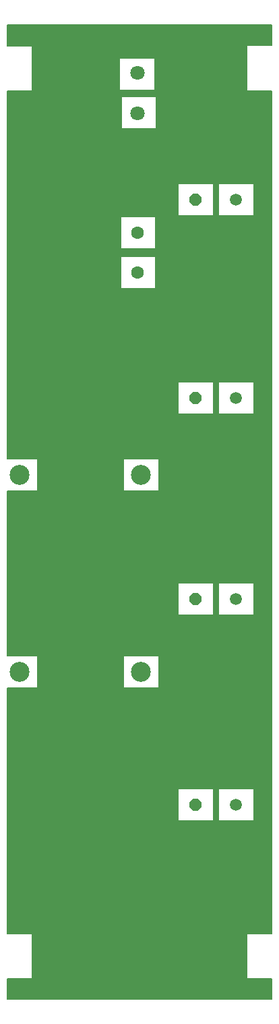
<source format=gbl>
G04 Layer_Physical_Order=2*
G04 Layer_Color=16711680*
%FSLAX24Y24*%
%MOIN*%
G70*
G01*
G75*
%ADD10C,0.0079*%
%ADD32C,0.0591*%
%ADD33P,0.0639X8X202.5*%
%ADD34C,0.0984*%
%ADD35C,0.0630*%
%ADD36C,0.0709*%
%ADD37C,0.0236*%
D10*
X32716Y77272D02*
Y78268D01*
X32776Y77272D02*
Y78268D01*
X32657Y77272D02*
Y78268D01*
X32894Y77272D02*
Y78268D01*
X32835Y77272D02*
Y78268D01*
X32480Y77272D02*
Y78268D01*
X32421Y77272D02*
Y78268D01*
X32598Y77272D02*
Y78268D01*
X32539Y77272D02*
Y78268D01*
X33130Y77272D02*
Y78268D01*
X33071Y77272D02*
Y78268D01*
X33228Y77272D02*
Y78268D01*
X33189Y77272D02*
Y78268D01*
X33012Y77272D02*
Y78268D01*
X32953Y77272D02*
Y78268D01*
X32401Y75028D02*
X33228Y75028D01*
X32000Y77272D02*
X33228D01*
X32244D02*
Y78268D01*
X32185Y77272D02*
Y78268D01*
X32362Y77272D02*
Y78268D01*
X32303Y77272D02*
Y78268D01*
X32126Y77272D02*
Y78268D01*
X32067Y77272D02*
Y78268D01*
X32008Y77272D02*
Y78268D01*
X31535Y70450D02*
Y78268D01*
X32000Y75028D02*
Y75195D01*
Y77272D01*
Y75028D02*
X32401D01*
X31713Y70450D02*
Y78268D01*
X31476Y70450D02*
Y78268D01*
X31417Y70450D02*
Y78268D01*
X31653Y70450D02*
Y78268D01*
X31594Y70450D02*
Y78268D01*
X32350Y70157D02*
X33228D01*
X32350Y70216D02*
X33228D01*
X32350Y70039D02*
X33228D01*
X32350Y70098D02*
X33228D01*
X32350Y70335D02*
X33228D01*
X32350Y70394D02*
X33228D01*
X32350Y70275D02*
X33228D01*
X32350Y68850D02*
Y70450D01*
Y69685D02*
X33228D01*
X32350Y69744D02*
X33228D01*
X32350Y69567D02*
X33228D01*
X32350Y69626D02*
X33228D01*
X32350Y69921D02*
X33228D01*
X32350Y69980D02*
X33228D01*
X32350Y69803D02*
X33228D01*
X32350Y69862D02*
X33228D01*
X31772Y70450D02*
Y78268D01*
X31358Y70450D02*
Y78268D01*
X31890Y70450D02*
Y78268D01*
X31831Y70450D02*
Y78268D01*
X31181Y70450D02*
Y78268D01*
X31122Y70450D02*
Y78268D01*
X31299Y70450D02*
Y78268D01*
X31240Y70450D02*
Y78268D01*
X32244Y70450D02*
Y75028D01*
X32185Y70450D02*
Y75028D01*
X32350Y68850D02*
Y70450D01*
X32303D02*
Y75028D01*
X32008Y70450D02*
Y75028D01*
X31949Y70450D02*
Y78268D01*
X32126Y70450D02*
Y75028D01*
X32067Y70450D02*
Y75028D01*
X27450Y75354D02*
X32000D01*
X27450Y75413D02*
X32000D01*
X27450Y75236D02*
X32000D01*
X27450Y75295D02*
X32000D01*
X27450Y75590D02*
X32000D01*
X27450Y75649D02*
X32000D01*
X27450Y75472D02*
X32000D01*
X27450Y75531D02*
X32000D01*
X27525Y74586D02*
X33228D01*
X27525Y74646D02*
X33228D01*
X27525Y74468D02*
X33228D01*
X27525Y74527D02*
X33228D01*
X27450Y75118D02*
X32000D01*
X27450Y75177D02*
X32000D01*
X27525Y74705D02*
X33228D01*
X27450Y75059D02*
X32000D01*
X27450Y76299D02*
X32000D01*
X27450Y76358D02*
X32000D01*
X27450Y76181D02*
X32000D01*
X27450Y76240D02*
X32000D01*
X27450Y76535D02*
X32000D01*
X27450Y76594D02*
X32000D01*
X27450Y76417D02*
X32000D01*
X27450Y76476D02*
X32000D01*
X27450Y75827D02*
X32000D01*
X27450Y75886D02*
X32000D01*
X27450Y75709D02*
X32000D01*
X27450Y75768D02*
X32000D01*
X27450Y76063D02*
X32000D01*
X27450Y76122D02*
X32000D01*
X27450Y75945D02*
X32000D01*
X27450Y76004D02*
X32000D01*
X27525Y74114D02*
X33228D01*
X27525Y74173D02*
X33228D01*
X27525Y73996D02*
X33228D01*
X27525Y74055D02*
X33228D01*
X27525Y74350D02*
X33228D01*
X27525Y74409D02*
X33228D01*
X27525Y74232D02*
X33228D01*
X27525Y74291D02*
X33228D01*
X27525Y73642D02*
X33228D01*
X27525Y73701D02*
X33228D01*
X27525Y73523D02*
X33228D01*
X27525Y73583D02*
X33228D01*
X27525Y73878D02*
X33228D01*
X27525Y73937D02*
X33228D01*
X27525Y73760D02*
X33228D01*
X27525Y73819D02*
X33228D01*
X30945Y70450D02*
Y78268D01*
X30886Y70450D02*
Y78268D01*
X31063Y70450D02*
Y78268D01*
X31004Y70450D02*
Y78268D01*
X30709Y70450D02*
Y78268D01*
X30650Y70450D02*
Y78268D01*
X30827Y70450D02*
Y78268D01*
X30768Y70450D02*
Y78268D01*
X27525Y73169D02*
X33228D01*
X27525Y73228D02*
X33228D01*
X30600Y70450D02*
X32350D01*
X30600D02*
X32350D01*
X27525Y73405D02*
X33228D01*
X27525Y73464D02*
X33228D01*
X27525Y73287D02*
X33228D01*
X27525Y73346D02*
X33228D01*
X32350Y69212D02*
X33228D01*
X32350Y69272D02*
X33228D01*
X32350Y69094D02*
X33228D01*
X32350Y69153D02*
X33228D01*
X32350Y69449D02*
X33228D01*
X32350Y69508D02*
X33228D01*
X32350Y69331D02*
X33228D01*
X32350Y69390D02*
X33228D01*
X32350Y68976D02*
X33228D01*
X32350Y69035D02*
X33228D01*
X32350Y68858D02*
X33228D01*
X32350Y68917D02*
X33228D01*
X32185Y60650D02*
Y68850D01*
X32126Y60650D02*
Y68850D01*
X32303Y60650D02*
Y68850D01*
X32244Y60650D02*
Y68850D01*
X31299Y60650D02*
Y68850D01*
X31240Y60650D02*
Y68850D01*
X31417Y60650D02*
Y68850D01*
X31358Y60650D02*
Y68850D01*
X31063Y60650D02*
Y68850D01*
X31004Y60650D02*
Y68850D01*
X31181Y60650D02*
Y68850D01*
X31122Y60650D02*
Y68850D01*
X31831Y60650D02*
Y68850D01*
X31772Y60650D02*
Y68850D01*
X31949Y60650D02*
Y68850D01*
X31890Y60650D02*
Y68850D01*
X31535Y60650D02*
Y68850D01*
X31476Y60650D02*
Y68850D01*
X31713Y60650D02*
Y68850D01*
X31653Y60650D02*
Y68850D01*
X32350Y60354D02*
X33228D01*
X32350Y60413D02*
X33228D01*
X32350Y60236D02*
X33228D01*
X32350Y60295D02*
X33228D01*
X32350Y60590D02*
X33228D01*
X32350Y60649D02*
X33228D01*
X32350Y60472D02*
X33228D01*
X32350Y60531D02*
X33228D01*
X32350Y59882D02*
X33228D01*
X32350Y59941D02*
X33228D01*
X32350Y59232D02*
X33228D01*
X32350Y59823D02*
X33228D01*
X32350Y60118D02*
X33228D01*
X32350Y60177D02*
X33228D01*
X32350Y60000D02*
X33228D01*
X32350Y60059D02*
X33228D01*
X32350Y59705D02*
X33228D01*
X32350Y59764D02*
X33228D01*
X32350Y59587D02*
X33228D01*
X32350Y59050D02*
Y60650D01*
X32008D02*
Y68850D01*
X31594Y60650D02*
Y68850D01*
X32350Y59646D02*
X33228D01*
X32067Y60650D02*
Y68850D01*
X32350Y59173D02*
X33228D01*
X32350Y59291D02*
X33228D01*
X32350Y59055D02*
X33228D01*
X32350Y59114D02*
X33228D01*
X32350Y59468D02*
X33228D01*
X32350Y59527D02*
X33228D01*
X32350Y59350D02*
X33228D01*
X32350Y59409D02*
X33228D01*
X27500Y67677D02*
X33228D01*
X27500Y67736D02*
X33228D01*
X27500Y67559D02*
X33228D01*
X27500Y67618D02*
X33228D01*
X27500Y67913D02*
X33228D01*
X27500Y67972D02*
X33228D01*
X27500Y67795D02*
X33228D01*
X27500Y67854D02*
X33228D01*
X27500Y66791D02*
X33228D01*
X27500Y67264D02*
X33228D01*
X27500Y66673D02*
X33228D01*
X27500Y66732D02*
X33228D01*
X27500Y67441D02*
X33228D01*
X27500Y67500D02*
X33228D01*
X27500Y67323D02*
X33228D01*
X27500Y67382D02*
X33228D01*
X30600Y68850D02*
X32350D01*
X30600D02*
X32350D01*
X27500Y68740D02*
X33228D01*
X27500Y68799D02*
X33228D01*
X27500Y68622D02*
X33228D01*
X27500Y68681D02*
X33228D01*
X27500Y68504D02*
X33228D01*
X27500Y68563D02*
X33228D01*
X27500Y68149D02*
X33228D01*
X27500Y68209D02*
X33228D01*
X27500Y68031D02*
X33228D01*
X27500Y68090D02*
X33228D01*
X27500Y68386D02*
X33228D01*
X27500Y68445D02*
X33228D01*
X27500Y68268D02*
X33228D01*
X27500Y68327D02*
X33228D01*
X27500Y66319D02*
X33228D01*
X27500Y66378D02*
X33228D01*
X27500Y66201D02*
X33228D01*
X27500Y66260D02*
X33228D01*
X27500Y66555D02*
X33228D01*
X27500Y66614D02*
X33228D01*
X27500Y66437D02*
X33228D01*
X27500Y66496D02*
X33228D01*
X27500Y65846D02*
X33228D01*
X27500Y65905D02*
X33228D01*
X27500Y65728D02*
X33228D01*
X27500Y65787D02*
X33228D01*
X27500Y66083D02*
X33228D01*
X27500Y66142D02*
X33228D01*
X27500Y65964D02*
X33228D01*
X27500Y66023D02*
X33228D01*
X30827Y60650D02*
Y68850D01*
X30768Y60650D02*
Y68850D01*
X30945Y60650D02*
Y68850D01*
X30886Y60650D02*
Y68850D01*
X27500Y65610D02*
X33228D01*
X27500Y65669D02*
X33228D01*
X30709Y60650D02*
Y68850D01*
X30650Y60650D02*
Y68850D01*
X27500Y65256D02*
X33228D01*
X27500Y65315D02*
X33228D01*
X30600Y59050D02*
X32350D01*
X30600Y60650D02*
X32350D01*
X27500Y65492D02*
X33228D01*
X27500Y65551D02*
X33228D01*
X27500Y65374D02*
X33228D01*
X27500Y65433D02*
X33228D01*
X29764Y70450D02*
Y78268D01*
X29941Y70450D02*
Y78268D01*
X29705Y70450D02*
Y78268D01*
X30236Y70450D02*
Y78268D01*
X30177Y70450D02*
Y78268D01*
X29527Y70450D02*
Y78268D01*
X29468Y70450D02*
Y78268D01*
X29646Y70450D02*
Y78268D01*
X29587Y70450D02*
Y78268D01*
X29291Y70450D02*
Y78268D01*
X29232Y70450D02*
Y78268D01*
X29409Y70450D02*
Y78268D01*
X29350Y70450D02*
Y78268D01*
X27461Y74750D02*
Y78268D01*
X27450Y75050D02*
Y76650D01*
X27525Y73150D02*
Y74750D01*
X27520D02*
Y78268D01*
X27283Y76650D02*
Y78268D01*
X27224Y76650D02*
Y78268D01*
X27402Y76650D02*
Y78268D01*
X27342Y76650D02*
Y78268D01*
X27047Y76650D02*
Y78268D01*
X26988Y76650D02*
Y78268D01*
X27165Y76650D02*
Y78268D01*
X27106Y76650D02*
Y78268D01*
X27283Y74750D02*
Y75050D01*
X27224Y74750D02*
Y75050D01*
X27402Y74750D02*
Y75050D01*
X27342Y74750D02*
Y75050D01*
X27047Y74750D02*
Y75050D01*
X26988Y74750D02*
Y75050D01*
X27165Y74750D02*
Y75050D01*
X27106Y74750D02*
Y75050D01*
X30059Y70450D02*
Y78268D01*
X30000Y70450D02*
Y78268D01*
X30295Y70450D02*
Y78268D01*
X30118Y70450D02*
Y78268D01*
X29114Y70450D02*
Y78268D01*
X29055Y70450D02*
Y78268D01*
X29882Y70450D02*
Y78268D01*
X29823Y70450D02*
Y78268D01*
X30350Y70335D02*
X30600D01*
X30350Y68850D02*
Y70450D01*
X30600Y68850D02*
Y70450D01*
Y68850D02*
Y70450D01*
X28600D02*
X30350D01*
X29173D02*
Y78268D01*
X30350Y70275D02*
X30600D01*
X30350Y70394D02*
X30600D01*
X28878Y70450D02*
Y78268D01*
X28819Y70450D02*
Y78268D01*
X28996Y70450D02*
Y78268D01*
X28937Y70450D02*
Y78268D01*
X28760Y70450D02*
Y78268D01*
X28701Y70450D02*
Y78268D01*
X28642Y70450D02*
Y78268D01*
X27461Y68818D02*
Y73150D01*
X28600Y68850D02*
Y70450D01*
X27402Y68818D02*
Y73150D01*
X27342Y68818D02*
Y73150D01*
X27283Y68818D02*
Y73150D01*
X27106Y68818D02*
Y73150D01*
X27047Y68818D02*
Y73150D01*
X27224Y68818D02*
Y73150D01*
X27165Y68818D02*
Y73150D01*
X26811Y76650D02*
Y78268D01*
X26752Y76650D02*
Y78268D01*
X26929Y76650D02*
Y78268D01*
X26870Y76650D02*
Y78268D01*
X26575Y76650D02*
Y78268D01*
X26516Y76650D02*
Y78268D01*
X26693Y76650D02*
Y78268D01*
X26634Y76650D02*
Y78268D01*
X26811Y74750D02*
Y75050D01*
X26752Y74750D02*
Y75050D01*
X26929Y74750D02*
Y75050D01*
X26870Y74750D02*
Y75050D01*
X26575Y74750D02*
Y75050D01*
X26516Y74750D02*
Y75050D01*
X26693Y74750D02*
Y75050D01*
X26634Y74750D02*
Y75050D01*
X26339Y76650D02*
Y78268D01*
X26279Y76650D02*
Y78268D01*
X26457Y76650D02*
Y78268D01*
X26398Y76650D02*
Y78268D01*
X26102Y76650D02*
Y78268D01*
X25925Y76650D02*
Y78268D01*
X26220Y76650D02*
Y78268D01*
X26161Y76650D02*
Y78268D01*
X26339Y74750D02*
Y75050D01*
X26102Y74750D02*
Y75050D01*
X26457Y74750D02*
Y75050D01*
X26398Y74750D02*
Y75050D01*
X25866Y76650D02*
Y78268D01*
X25807Y76650D02*
Y78268D01*
X26043Y76650D02*
Y78268D01*
X25984Y76650D02*
Y78268D01*
X26870Y68818D02*
Y73150D01*
X26811Y68818D02*
Y73150D01*
X26988Y68818D02*
Y73150D01*
X26929Y68818D02*
Y73150D01*
X25775Y74750D02*
X27525D01*
X26279D02*
Y75050D01*
X25775Y73150D02*
X27525D01*
X26752Y68818D02*
Y73150D01*
X26575Y68818D02*
Y73150D01*
X26516Y68818D02*
Y73150D01*
X26693Y68818D02*
Y73150D01*
X26634Y68818D02*
Y73150D01*
X26339Y68818D02*
Y73150D01*
X26279Y68818D02*
Y73150D01*
X26457Y68818D02*
Y73150D01*
X26398Y68818D02*
Y73150D01*
X26043Y74750D02*
Y75050D01*
X25984Y74750D02*
Y75050D01*
X26220Y74750D02*
Y75050D01*
X26161Y74750D02*
Y75050D01*
X25925Y74750D02*
Y75050D01*
X25866Y74750D02*
Y75050D01*
X25807Y74750D02*
Y75050D01*
X25775Y73150D02*
Y74750D01*
X26102Y68818D02*
Y73150D01*
X26043Y68818D02*
Y73150D01*
X26220Y68818D02*
Y73150D01*
X26161Y68818D02*
Y73150D01*
X25866Y68818D02*
Y73150D01*
X25807Y68818D02*
Y73150D01*
X25984Y68818D02*
Y73150D01*
X25925Y68818D02*
Y73150D01*
X30350Y69921D02*
X30600D01*
X30350Y69980D02*
X30600D01*
X30350Y69803D02*
X30600D01*
X30350Y69862D02*
X30600D01*
X30350Y70157D02*
X30600D01*
X30350Y70216D02*
X30600D01*
X30350Y70039D02*
X30600D01*
X30350Y70098D02*
X30600D01*
X30350Y69449D02*
X30600D01*
X30350Y69508D02*
X30600D01*
X30350Y69331D02*
X30600D01*
X30350Y69390D02*
X30600D01*
X30350Y69685D02*
X30600D01*
X30350Y69744D02*
X30600D01*
X30350Y69567D02*
X30600D01*
X30350Y69626D02*
X30600D01*
X30350Y68976D02*
X30600D01*
X30350Y69035D02*
X30600D01*
X30350Y68858D02*
X30600D01*
X30350Y68917D02*
X30600D01*
X30350Y69212D02*
X30600D01*
X30350Y69272D02*
X30600D01*
X30350Y69094D02*
X30600D01*
X30350Y69153D02*
X30600D01*
X30118Y60650D02*
Y68850D01*
X30059Y60650D02*
Y68850D01*
X30295Y60650D02*
Y68850D01*
X30177Y60650D02*
Y68850D01*
X29823Y60650D02*
Y68850D01*
X29764Y60650D02*
Y68850D01*
X30000Y60650D02*
Y68850D01*
X29882Y60650D02*
Y68850D01*
X30350Y60354D02*
X30600D01*
X30350Y60413D02*
X30600D01*
X30350Y60236D02*
X30600D01*
X30350Y60295D02*
X30600D01*
X30350Y60590D02*
X30600D01*
X30350Y60649D02*
X30600D01*
X30350Y60472D02*
X30600D01*
X30350Y60531D02*
X30600D01*
X30350Y59882D02*
X30600D01*
X30350Y59941D02*
X30600D01*
X30350Y59232D02*
X30600D01*
X30350Y59823D02*
X30600D01*
X30350Y60118D02*
X30600D01*
X30350Y60177D02*
X30600D01*
X30350Y60000D02*
X30600D01*
X30350Y60059D02*
X30600D01*
X30350Y59587D02*
X30600D01*
X30350Y59764D02*
X30600D01*
Y59050D02*
Y60650D01*
X30350Y59050D02*
Y60650D01*
X30236D02*
Y68850D01*
X29941Y60650D02*
Y68850D01*
X30350Y59646D02*
X30600D01*
X30350Y59705D02*
X30600D01*
X30350Y59173D02*
X30600D01*
X30350Y59291D02*
X30600D01*
X30350Y59055D02*
X30600D01*
X30350Y59114D02*
X30600D01*
X30350Y59468D02*
X30600D01*
X30350Y59527D02*
X30600D01*
X30350Y59350D02*
X30600D01*
X30350Y59409D02*
X30600D01*
X28600Y68850D02*
X30350D01*
X27500Y67218D02*
Y68818D01*
X27461Y66850D02*
Y67218D01*
X27402Y66850D02*
Y67218D01*
X25750D02*
X27500D01*
X25750Y68818D02*
X27500D01*
X27342Y66850D02*
Y67218D01*
X27283Y66850D02*
Y67218D01*
X27106Y66850D02*
Y67218D01*
X27047Y66850D02*
Y67218D01*
X27224Y66850D02*
Y67218D01*
X27165Y66850D02*
Y67218D01*
X25750Y66850D02*
X27500D01*
X26870D02*
Y67218D01*
X26988Y66850D02*
Y67218D01*
X26929Y66850D02*
Y67218D01*
X26043Y66850D02*
Y67218D01*
X25984Y66850D02*
Y67218D01*
X26161Y66850D02*
Y67218D01*
X26102Y66850D02*
Y67218D01*
X25807Y66850D02*
Y67218D01*
X25750D02*
Y68818D01*
X25925Y66850D02*
Y67218D01*
X25866Y66850D02*
Y67218D01*
X26693Y66850D02*
Y67218D01*
X26634Y66850D02*
Y67218D01*
X26811Y66850D02*
Y67218D01*
X26752Y66850D02*
Y67218D01*
X26279Y66850D02*
Y67218D01*
X26220Y66850D02*
Y67218D01*
X26575Y66850D02*
Y67218D01*
X26516Y66850D02*
Y67218D01*
X29232Y60650D02*
Y68850D01*
X29173Y60650D02*
Y68850D01*
X29350Y60650D02*
Y68850D01*
X29291Y60650D02*
Y68850D01*
X28996Y60650D02*
Y68850D01*
X28937Y60650D02*
Y68850D01*
X29114Y60650D02*
Y68850D01*
X29055Y60650D02*
Y68850D01*
X29587Y60650D02*
Y68850D01*
X29527Y60650D02*
Y68850D01*
X29705Y60650D02*
Y68850D01*
X29646Y60650D02*
Y68850D01*
X29468Y60650D02*
Y68850D01*
X29409Y60650D02*
Y68850D01*
X28600Y59050D02*
X30350D01*
X28600Y60650D02*
X30350D01*
X28760D02*
Y68850D01*
X28701Y60650D02*
Y68850D01*
X28878Y60650D02*
Y68850D01*
X28819Y60650D02*
Y68850D01*
X26398Y66850D02*
Y67218D01*
X26339Y66850D02*
Y67218D01*
X28642Y60650D02*
Y68850D01*
X26457Y66850D02*
Y67218D01*
X28600Y59050D02*
Y60650D01*
X27500Y65250D02*
Y66850D01*
X26752Y56850D02*
Y65250D01*
X26693Y56850D02*
Y65250D01*
X25750D02*
X27500D01*
X25750D02*
Y66850D01*
X26634Y56850D02*
Y65250D01*
X26575Y56850D02*
Y65250D01*
X32350Y50374D02*
X33228D01*
X32350Y50315D02*
X33228D01*
X32350Y50433D02*
X33228D01*
X32350Y50197D02*
X33228D01*
X32350Y50256D02*
X33228D01*
X32350Y50610D02*
X33228D01*
X32350Y50669D02*
X33228D01*
X32350Y50492D02*
X33228D01*
X32350Y50551D02*
X33228D01*
X32350Y49665D02*
X33228D01*
X32350Y49724D02*
X33228D01*
X32350Y49547D02*
X33228D01*
X32350Y49606D02*
X33228D01*
X32350Y50079D02*
X33228D01*
X32350Y50138D02*
X33228D01*
X32350Y49783D02*
X33228D01*
X32350Y50020D02*
X33228D01*
X32185Y50700D02*
Y59050D01*
X32126Y50700D02*
Y59050D01*
X32303Y50700D02*
Y59050D01*
X32244Y50700D02*
Y59050D01*
X31949Y50700D02*
Y59050D01*
X31713Y50700D02*
Y59050D01*
X32067Y50700D02*
Y59050D01*
X32008Y50700D02*
Y59050D01*
X32350Y49961D02*
X33228D01*
X31890Y50700D02*
Y59050D01*
X32350Y49842D02*
X33228D01*
X32350Y49901D02*
X33228D01*
X31653Y50700D02*
Y59050D01*
X31594Y50700D02*
Y59050D01*
X31831Y50700D02*
Y59050D01*
X31772Y50700D02*
Y59050D01*
X33130Y33394D02*
Y75028D01*
X33071Y33394D02*
Y75028D01*
X33228Y33394D02*
Y75028D01*
X33189Y33394D02*
Y75028D01*
X32894Y33394D02*
Y75028D01*
X32835Y33394D02*
Y75028D01*
X33012Y33394D02*
Y75028D01*
X32953Y33394D02*
Y75028D01*
X32350Y49429D02*
X33228D01*
X32350Y49488D02*
X33228D01*
X32350Y49370D02*
X33228D01*
X32776Y33394D02*
Y75028D01*
X32350Y49252D02*
X33228D01*
X32350Y49311D02*
X33228D01*
X32350Y49134D02*
X33228D01*
X32350Y49193D02*
X33228D01*
X32598Y33394D02*
Y75028D01*
X32539Y33394D02*
Y75028D01*
X32716Y33394D02*
Y75028D01*
X32657Y33394D02*
Y75028D01*
X32362Y33394D02*
Y75028D01*
X32350Y49100D02*
Y50700D01*
X32480Y33394D02*
Y75028D01*
X32421Y33394D02*
Y75028D01*
X32185Y40550D02*
Y49100D01*
X32126Y40550D02*
Y49100D01*
X32303Y40550D02*
Y49100D01*
X32244Y40550D02*
Y49100D01*
X31594Y40550D02*
Y49100D01*
X31535Y40550D02*
Y49100D01*
X31713Y40550D02*
Y49100D01*
X31653Y40550D02*
Y49100D01*
X27650Y56516D02*
X33228D01*
X27650Y56575D02*
X33228D01*
X27650Y56398D02*
X33228D01*
X27650Y56457D02*
X33228D01*
X27650Y56752D02*
X33228D01*
X27650Y56811D02*
X33228D01*
X27650Y56634D02*
X33228D01*
X27650Y56693D02*
X33228D01*
X27650Y56043D02*
X33228D01*
X27650Y56102D02*
X33228D01*
X27650Y55925D02*
X33228D01*
X27650Y55984D02*
X33228D01*
X27650Y56279D02*
X33228D01*
X27650Y56338D02*
X33228D01*
X27650Y56161D02*
X33228D01*
X27650Y56220D02*
X33228D01*
X30886Y50700D02*
Y59050D01*
X30827Y50700D02*
Y59050D01*
X31358Y50700D02*
Y59050D01*
X31299Y50700D02*
Y59050D01*
X27650Y55807D02*
X33228D01*
X27650Y55866D02*
X33228D01*
X27650Y55748D02*
X33228D01*
X30768Y50700D02*
Y59050D01*
X27650Y55394D02*
X33228D01*
X27650Y55453D02*
X33228D01*
X27650Y55275D02*
X33228D01*
X27650Y55335D02*
X33228D01*
X27650Y55630D02*
X33228D01*
X27650Y55689D02*
X33228D01*
X27650Y55512D02*
X33228D01*
X27650Y55571D02*
X33228D01*
X31417Y50700D02*
Y59050D01*
X31240Y50700D02*
Y59050D01*
X31535Y50700D02*
Y59050D01*
X31476Y50700D02*
Y59050D01*
X30600Y50700D02*
X32350D01*
X31063D02*
Y59050D01*
X31181Y50700D02*
Y59050D01*
X31122Y50700D02*
Y59050D01*
X31299Y40550D02*
Y49100D01*
X31240Y40550D02*
Y49100D01*
X31417Y40550D02*
Y49100D01*
X31358Y40550D02*
Y49100D01*
X30600D02*
X32350D01*
X31063Y40550D02*
Y49100D01*
X31181Y40550D02*
Y49100D01*
X31122Y40550D02*
Y49100D01*
X30709Y50700D02*
Y59050D01*
X30650Y50700D02*
Y59050D01*
X31004Y50700D02*
Y59050D01*
X30945Y50700D02*
Y59050D01*
X30350Y50256D02*
X30600D01*
X30350Y50315D02*
X30600D01*
X30350Y49488D02*
X30600D01*
X30350Y49547D02*
X30600D01*
X30886Y40550D02*
Y49100D01*
X30827Y40550D02*
Y49100D01*
X31004Y40550D02*
Y49100D01*
X30945Y40550D02*
Y49100D01*
X30650Y40550D02*
Y49100D01*
X30350Y49429D02*
X30600D01*
X30768Y40550D02*
Y49100D01*
X30709Y40550D02*
Y49100D01*
X32350Y40216D02*
X33228D01*
X32350Y40276D02*
X33228D01*
X32350Y40098D02*
X33228D01*
X32350Y40157D02*
X33228D01*
X32350Y40453D02*
X33228D01*
X32350Y40512D02*
X33228D01*
X32350Y40335D02*
X33228D01*
X32350Y40394D02*
X33228D01*
X32350Y39744D02*
X33228D01*
X32350Y39803D02*
X33228D01*
X32350Y39153D02*
X33228D01*
X32350Y39685D02*
X33228D01*
X32350Y39980D02*
X33228D01*
X32350Y40039D02*
X33228D01*
X32350Y39862D02*
X33228D01*
X32350Y39921D02*
X33228D01*
X32350Y39567D02*
X33228D01*
X32350Y39626D02*
X33228D01*
X32350Y39449D02*
X33228D01*
X32350Y38950D02*
Y40550D01*
X32008D02*
Y49100D01*
X31949Y40550D02*
Y49100D01*
X32350Y39508D02*
X33228D01*
X32067Y40550D02*
Y49100D01*
X32350Y39331D02*
X33228D01*
X32350Y39390D02*
X33228D01*
X32350Y39213D02*
X33228D01*
X32350Y39272D02*
X33228D01*
X32350Y39035D02*
X33228D01*
X32350Y39094D02*
X33228D01*
X32350Y38976D02*
X33228D01*
X32067Y33394D02*
Y38950D01*
X33130Y30157D02*
Y31150D01*
X33071Y30157D02*
Y31150D01*
X33228Y30157D02*
Y31150D01*
X33189Y30157D02*
Y31150D01*
X32400Y31150D02*
X33228Y31150D01*
X31999Y33394D02*
X33228D01*
X33012Y30157D02*
Y31150D01*
X32953Y30157D02*
Y31150D01*
X32776Y30157D02*
Y31150D01*
X32716Y30157D02*
Y31150D01*
X32894Y30157D02*
Y31150D01*
X32835Y30157D02*
Y31150D01*
X32539Y30157D02*
Y31150D01*
X32480Y30157D02*
Y31150D01*
X32657Y30157D02*
Y31150D01*
X32598Y30157D02*
Y31150D01*
X32303Y33394D02*
Y38950D01*
X32244Y33394D02*
Y38950D01*
X32303Y30157D02*
Y31150D01*
X32185Y33394D02*
Y38950D01*
X32126Y33394D02*
Y38950D01*
X32008Y33394D02*
Y38950D01*
X31999Y31150D02*
Y31317D01*
Y33394D01*
X32244Y30157D02*
Y31150D01*
X32185Y30157D02*
Y31150D01*
X32421Y30157D02*
Y31150D01*
X32362Y30157D02*
Y31150D01*
X31999D02*
X32400D01*
X32008Y30157D02*
Y31150D01*
X32126Y30157D02*
Y31150D01*
X32067Y30157D02*
Y31150D01*
X27650Y46772D02*
X33228D01*
X27650Y46831D02*
X33228D01*
X27650Y46653D02*
X33228D01*
X27650Y46713D02*
X33228D01*
X27650Y47008D02*
X33228D01*
X27650Y47067D02*
X33228D01*
X27650Y46890D02*
X33228D01*
X27650Y46949D02*
X33228D01*
X27650Y46299D02*
X33228D01*
X27650Y46358D02*
X33228D01*
X27650Y46181D02*
X33228D01*
X27650Y46240D02*
X33228D01*
X27650Y46535D02*
X33228D01*
X27650Y46594D02*
X33228D01*
X27650Y46417D02*
X33228D01*
X27650Y46476D02*
X33228D01*
X31772Y40550D02*
Y49100D01*
X31476Y40550D02*
Y49100D01*
X31890Y40550D02*
Y49100D01*
X31831Y40550D02*
Y49100D01*
X27650Y46063D02*
X33228D01*
X27650Y46122D02*
X33228D01*
X27650Y45945D02*
X33228D01*
X27650Y46004D02*
X33228D01*
X27650Y45590D02*
X33228D01*
X27650Y45650D02*
X33228D01*
X27650Y45531D02*
X33228D01*
X30600Y40550D02*
X32350D01*
X27650Y45827D02*
X33228D01*
X27650Y45886D02*
X33228D01*
X27650Y45709D02*
X33228D01*
X27650Y45768D02*
X33228D01*
X31417Y30157D02*
Y38950D01*
X31358Y30157D02*
Y38950D01*
X31535Y30157D02*
Y38950D01*
X31476Y30157D02*
Y38950D01*
X31181Y30157D02*
Y38950D01*
X31122Y30157D02*
Y38950D01*
X31299Y30157D02*
Y38950D01*
X31240Y30157D02*
Y38950D01*
X31831Y30157D02*
Y38950D01*
X31772Y30157D02*
Y38950D01*
X31949Y30157D02*
Y38950D01*
X31890Y30157D02*
Y38950D01*
X30600D02*
X32350D01*
X31594Y30157D02*
Y38950D01*
X31713Y30157D02*
Y38950D01*
X31653Y30157D02*
Y38950D01*
X30350Y39331D02*
X30600D01*
X30350Y39390D02*
X30600D01*
X30350Y39213D02*
X30600D01*
X30350Y39272D02*
X30600D01*
X30350Y39567D02*
X30600D01*
X30350Y39626D02*
X30600D01*
X30350Y39449D02*
X30600D01*
X30350Y39508D02*
X30600D01*
X30945Y30157D02*
Y38950D01*
X30886Y30157D02*
Y38950D01*
X31063Y30157D02*
Y38950D01*
X31004Y30157D02*
Y38950D01*
X30709Y30157D02*
Y38950D01*
X30650Y30157D02*
Y38950D01*
X30827Y30157D02*
Y38950D01*
X30768Y30157D02*
Y38950D01*
X30177Y50700D02*
Y59050D01*
X30118Y50700D02*
Y59050D01*
X30295Y50700D02*
Y59050D01*
X30236Y50700D02*
Y59050D01*
X29941Y50700D02*
Y59050D01*
X29705Y50700D02*
Y59050D01*
X30059Y50700D02*
Y59050D01*
X30000Y50700D02*
Y59050D01*
X29882Y50700D02*
Y59050D01*
X29823Y50700D02*
Y59050D01*
X30350Y50610D02*
X30600D01*
X30350Y50669D02*
X30600D01*
X28600Y50700D02*
X30350D01*
X29587D02*
Y59050D01*
X29764Y50700D02*
Y59050D01*
X29646Y50700D02*
Y59050D01*
X28937Y50700D02*
Y59050D01*
X28878Y50700D02*
Y59050D01*
X29055Y50700D02*
Y59050D01*
X28996Y50700D02*
Y59050D01*
X28701Y50700D02*
Y59050D01*
X28642Y50700D02*
Y59050D01*
X28819Y50700D02*
Y59050D01*
X28760Y50700D02*
Y59050D01*
X29409Y50700D02*
Y59050D01*
X29350Y50700D02*
Y59050D01*
X29527Y50700D02*
Y59050D01*
X29468Y50700D02*
Y59050D01*
X29173Y50700D02*
Y59050D01*
X29114Y50700D02*
Y59050D01*
X29291Y50700D02*
Y59050D01*
X29232Y50700D02*
Y59050D01*
X30600Y49100D02*
Y50700D01*
X30590Y30157D02*
Y78268D01*
X30531Y30157D02*
Y78268D01*
X30472Y30157D02*
Y78268D01*
X30350Y50551D02*
X30600D01*
X30350Y49100D02*
Y50700D01*
X30413Y30157D02*
Y78268D01*
X30354Y30157D02*
Y78268D01*
X30350Y50079D02*
X30600D01*
X30350Y50138D02*
X30600D01*
X30350Y49961D02*
X30600D01*
X30350Y50020D02*
X30600D01*
X30350Y50433D02*
X30600D01*
X30350Y50492D02*
X30600D01*
X30350Y50197D02*
X30600D01*
X30350Y50374D02*
X30600D01*
X28051Y30157D02*
Y78268D01*
X27992Y30157D02*
Y78268D01*
X28169Y30157D02*
Y78268D01*
X28110Y30157D02*
Y78268D01*
X27815Y30157D02*
Y78268D01*
X27756Y30157D02*
Y78268D01*
X27933Y30157D02*
Y78268D01*
X27874Y30157D02*
Y78268D01*
X28600Y49100D02*
Y50700D01*
X28583Y30157D02*
Y78268D01*
X28524Y30157D02*
Y78268D01*
X28465Y30157D02*
Y78268D01*
X28287Y30157D02*
Y78268D01*
X28228Y30157D02*
Y78268D01*
X28405Y30157D02*
Y78268D01*
X28346Y30157D02*
Y78268D01*
X27520Y56850D02*
Y73150D01*
X27461Y56850D02*
Y65250D01*
X27638Y56850D02*
Y78268D01*
X27579Y56850D02*
Y78268D01*
X27106Y56850D02*
Y65250D01*
X27047Y56850D02*
Y65250D01*
X27402Y56850D02*
Y65250D01*
X27342Y56850D02*
Y65250D01*
X27283Y56850D02*
Y65250D01*
X27224Y56850D02*
Y65250D01*
X27650Y55250D02*
Y56850D01*
X27638Y47100D02*
Y55250D01*
X25900Y56850D02*
X27650D01*
X27165D02*
Y65250D01*
X25900Y55250D02*
X27650D01*
X27106Y47100D02*
Y55250D01*
X26870Y56850D02*
Y65250D01*
X26811Y56850D02*
Y65250D01*
X26988Y56850D02*
Y65250D01*
X26929Y56850D02*
Y65250D01*
X26398Y56850D02*
Y65250D01*
X26339Y56850D02*
Y65250D01*
X26516Y56850D02*
Y65250D01*
X26457Y56850D02*
Y65250D01*
X26161Y56850D02*
Y65250D01*
X26102Y56850D02*
Y65250D01*
X26279Y56850D02*
Y65250D01*
X26220Y56850D02*
Y65250D01*
X26043Y56850D02*
Y65250D01*
X25984Y56850D02*
Y65250D01*
X25925Y56850D02*
Y65250D01*
X25900Y55250D02*
Y56850D01*
X27520Y47100D02*
Y55250D01*
X27461Y47100D02*
Y55250D01*
X27697Y30157D02*
Y78268D01*
X27579Y47100D02*
Y55250D01*
X27283Y47100D02*
Y55250D01*
X27224Y47100D02*
Y55250D01*
X27402Y47100D02*
Y55250D01*
X27342Y47100D02*
Y55250D01*
X26988Y47100D02*
Y55250D01*
X26929Y47100D02*
Y55250D01*
X27165Y47100D02*
Y55250D01*
X27047Y47100D02*
Y55250D01*
X26752Y47100D02*
Y55250D01*
X26693Y47100D02*
Y55250D01*
X26870Y47100D02*
Y55250D01*
X26811Y47100D02*
Y55250D01*
X26043Y47100D02*
Y55250D01*
X25984Y47100D02*
Y55250D01*
X26161Y47100D02*
Y55250D01*
X26102Y47100D02*
Y55250D01*
X25925Y47100D02*
Y55250D01*
X25866Y30157D02*
Y65250D01*
X25807Y30157D02*
Y65250D01*
X25748Y30157D02*
Y75050D01*
X26516Y47100D02*
Y55250D01*
X26457Y47100D02*
Y55250D01*
X26634Y47100D02*
Y55250D01*
X26575Y47100D02*
Y55250D01*
X26279Y47100D02*
Y55250D01*
X26220Y47100D02*
Y55250D01*
X26398Y47100D02*
Y55250D01*
X26339Y47100D02*
Y55250D01*
X30350Y49606D02*
X30600D01*
X30350Y49665D02*
X30600D01*
X30350Y49311D02*
X30600D01*
X30350Y49370D02*
X30600D01*
X30350Y49842D02*
X30600D01*
X30350Y49901D02*
X30600D01*
X30350Y49724D02*
X30600D01*
X30350Y49783D02*
X30600D01*
X30350Y40394D02*
X30600D01*
X30350Y40453D02*
X30600D01*
X30350Y40276D02*
X30600D01*
X30350Y40335D02*
X30600D01*
X30350Y49193D02*
X30600D01*
X30350Y49252D02*
X30600D01*
X30350Y40512D02*
X30600D01*
X30350Y49134D02*
X30600D01*
X29705Y40550D02*
Y49100D01*
X29646Y40550D02*
Y49100D01*
X29823Y40550D02*
Y49100D01*
X29764Y40550D02*
Y49100D01*
X29468Y40550D02*
Y49100D01*
X29409Y40550D02*
Y49100D01*
X29587Y40550D02*
Y49100D01*
X29527Y40550D02*
Y49100D01*
X30177Y40550D02*
Y49100D01*
X30118Y40550D02*
Y49100D01*
X30295Y40550D02*
Y49100D01*
X30236Y40550D02*
Y49100D01*
X29941Y40550D02*
Y49100D01*
X29882Y40550D02*
Y49100D01*
X30059Y40550D02*
Y49100D01*
X30000Y40550D02*
Y49100D01*
X30350Y40157D02*
X30600D01*
X30350Y40216D02*
X30600D01*
Y38950D02*
Y40550D01*
X30350Y38950D02*
Y40550D01*
Y40039D02*
X30600D01*
X30350Y40098D02*
X30600D01*
X30350Y39921D02*
X30600D01*
X30350Y39980D02*
X30600D01*
X30350Y39094D02*
X30600D01*
X30350Y39153D02*
X30600D01*
X30350Y38976D02*
X30600D01*
X30350Y39035D02*
X30600D01*
X30350Y39803D02*
X30600D01*
X30350Y39862D02*
X30600D01*
X30350Y39685D02*
X30600D01*
X30350Y39744D02*
X30600D01*
X29705Y30157D02*
Y38950D01*
X29646Y30157D02*
Y38950D01*
X29823Y30157D02*
Y38950D01*
X29764Y30157D02*
Y38950D01*
X29468Y30157D02*
Y38950D01*
X29409Y30157D02*
Y38950D01*
X29587Y30157D02*
Y38950D01*
X29527Y30157D02*
Y38950D01*
X30177Y30157D02*
Y38950D01*
X30118Y30157D02*
Y38950D01*
X30295Y30157D02*
Y38950D01*
X30236Y30157D02*
Y38950D01*
X29941Y30157D02*
Y38950D01*
X29882Y30157D02*
Y38950D01*
X30059Y30157D02*
Y38950D01*
X30000Y30157D02*
Y38950D01*
X29232Y40550D02*
Y49100D01*
X29173Y40550D02*
Y49100D01*
X29350Y40550D02*
Y49100D01*
X29291Y40550D02*
Y49100D01*
X28600Y40550D02*
X30350D01*
X28600Y49100D02*
X30350D01*
X29114Y40550D02*
Y49100D01*
X29055Y40550D02*
Y49100D01*
X29232Y30157D02*
Y38950D01*
X29173Y30157D02*
Y38950D01*
X29350Y30157D02*
Y38950D01*
X29291Y30157D02*
Y38950D01*
X28600D02*
X30350D01*
X28996Y30157D02*
Y38950D01*
X29114Y30157D02*
Y38950D01*
X29055Y30157D02*
Y38950D01*
X28878Y40550D02*
Y49100D01*
X28819Y40550D02*
Y49100D01*
X28996Y40550D02*
Y49100D01*
X28937Y40550D02*
Y49100D01*
X28642Y40550D02*
Y49100D01*
X27650Y45500D02*
Y47100D01*
X28760Y40550D02*
Y49100D01*
X28701Y40550D02*
Y49100D01*
Y30157D02*
Y38950D01*
X28642Y30157D02*
Y38950D01*
X28937Y30157D02*
Y38950D01*
X28760Y30157D02*
Y38950D01*
X25900Y47100D02*
X27650D01*
X25900Y45500D02*
Y47100D01*
X28600Y38950D02*
Y40550D01*
X25900Y45500D02*
X27650D01*
X27165Y30157D02*
Y45500D01*
X27106Y30157D02*
Y45500D01*
X27283Y30157D02*
Y45500D01*
X27224Y30157D02*
Y45500D01*
X26929Y30157D02*
Y45500D01*
X26870Y30157D02*
Y45500D01*
X27047Y30157D02*
Y45500D01*
X26988Y30157D02*
Y45500D01*
X27638Y30157D02*
Y45500D01*
X27579Y30157D02*
Y45500D01*
X28878Y30157D02*
Y38950D01*
X28819Y30157D02*
Y38950D01*
X27402Y30157D02*
Y45500D01*
X27342Y30157D02*
Y45500D01*
X27520Y30157D02*
Y45500D01*
X27461Y30157D02*
Y45500D01*
X26220Y30157D02*
Y45500D01*
X26161Y30157D02*
Y45500D01*
X26339Y30157D02*
Y45500D01*
X26279Y30157D02*
Y45500D01*
X25984Y30157D02*
Y45500D01*
X25925Y30157D02*
Y45500D01*
X26102Y30157D02*
Y45500D01*
X26043Y30157D02*
Y45500D01*
X26693Y30157D02*
Y45500D01*
X26634Y30157D02*
Y45500D01*
X26811Y30157D02*
Y45500D01*
X26752Y30157D02*
Y45500D01*
X26457Y30157D02*
Y45500D01*
X26398Y30157D02*
Y45500D01*
X26575Y30157D02*
Y45500D01*
X26516Y30157D02*
Y45500D01*
X20157Y72401D02*
X33228D01*
X20157Y72342D02*
X33228D01*
X20157Y72460D02*
X33228D01*
X20157Y72224D02*
X33228D01*
X20157Y72283D02*
X33228D01*
X20157Y72638D02*
X33228D01*
X20157Y72697D02*
X33228D01*
X20157Y72520D02*
X33228D01*
X20157Y72579D02*
X33228D01*
X20157Y71870D02*
X33228D01*
X20157Y71929D02*
X33228D01*
X20157Y71752D02*
X33228D01*
X20157Y71811D02*
X33228D01*
X20157Y72106D02*
X33228D01*
X20157Y72165D02*
X33228D01*
X20157Y71988D02*
X33228D01*
X20157Y72047D02*
X33228D01*
X21399Y76831D02*
X32000D01*
X21399Y77244D02*
X32000D01*
X21399Y76712D02*
X32000D01*
X21399Y76771D02*
X32000D01*
X20157Y74941D02*
X33228D01*
X20157Y75000D02*
X33228D01*
X20157Y74823D02*
X33228D01*
X20157Y74882D02*
X33228D01*
X20157Y72874D02*
X33228D01*
X20157Y72933D02*
X33228D01*
X20157Y72756D02*
X33228D01*
X20157Y72815D02*
X33228D01*
X20157Y73110D02*
X33228D01*
X20157Y74764D02*
X33228D01*
X20157Y72992D02*
X33228D01*
X20157Y73051D02*
X33228D01*
X20157Y70453D02*
X33228D01*
X20157Y70512D02*
X33228D01*
X20157Y63838D02*
X33228D01*
X20157Y67205D02*
X33228D01*
X20157Y70689D02*
X33228D01*
X20157Y70748D02*
X33228D01*
X20157Y70571D02*
X33228D01*
X20157Y70630D02*
X33228D01*
X20157Y63307D02*
X33228D01*
X20157Y63366D02*
X33228D01*
X20157Y63189D02*
X33228D01*
X20157Y63248D02*
X33228D01*
X20157Y63543D02*
X33228D01*
X20157Y63779D02*
X33228D01*
X20157Y63425D02*
X33228D01*
X20157Y63484D02*
X33228D01*
X20157Y71397D02*
X33228D01*
X20157Y71457D02*
X33228D01*
X20157Y71279D02*
X33228D01*
X20157Y71338D02*
X33228D01*
X20157Y71634D02*
X33228D01*
X20157Y71693D02*
X33228D01*
X20157Y71516D02*
X33228D01*
X20157Y71575D02*
X33228D01*
X20157Y70925D02*
X33228D01*
X20157Y70984D02*
X33228D01*
X20157Y70807D02*
X33228D01*
X20157Y70866D02*
X33228D01*
X20157Y71161D02*
X33228D01*
X20157Y71220D02*
X33228D01*
X20157Y71043D02*
X33228D01*
X20157Y71102D02*
X33228D01*
X20157Y66968D02*
X33228D01*
X20157Y67027D02*
X33228D01*
X20157Y66850D02*
X33228D01*
X20157Y66909D02*
X33228D01*
X20157Y77303D02*
X33228D01*
X20157Y77362D02*
X33228D01*
X20157Y67086D02*
X33228D01*
X20157Y67146D02*
X33228D01*
X20157Y64901D02*
X33228D01*
X20157Y64960D02*
X33228D01*
X20157Y64783D02*
X33228D01*
X20157Y64842D02*
X33228D01*
X20157Y65138D02*
X33228D01*
X20157Y65197D02*
X33228D01*
X20157Y65020D02*
X33228D01*
X20157Y65079D02*
X33228D01*
X20157Y78012D02*
X33228D01*
X20157Y78071D02*
X33228D01*
X20157Y77894D02*
X33228D01*
X20157Y77953D02*
X33228D01*
X20157Y78248D02*
X33228D01*
X20157Y78268D02*
X33228D01*
X20157Y78130D02*
X33228D01*
X20157Y78189D02*
X33228D01*
X20157Y77539D02*
X33228D01*
X20157Y77598D02*
X33228D01*
X20157Y77421D02*
X33228D01*
X20157Y77480D02*
X33228D01*
X20157Y77775D02*
X33228D01*
X20157Y77834D02*
X33228D01*
X20157Y77657D02*
X33228D01*
X20157Y77716D02*
X33228D01*
X20157Y62953D02*
X33228D01*
X20157Y63012D02*
X33228D01*
X20157Y62835D02*
X33228D01*
X20157Y62894D02*
X33228D01*
X20157Y63602D02*
X33228D01*
X20157Y63661D02*
X33228D01*
X20157Y63071D02*
X33228D01*
X20157Y63130D02*
X33228D01*
X20157Y62480D02*
X33228D01*
X20157Y62539D02*
X33228D01*
X20157Y62362D02*
X33228D01*
X20157Y62421D02*
X33228D01*
X20157Y62716D02*
X33228D01*
X20157Y62775D02*
X33228D01*
X20157Y62598D02*
X33228D01*
X20157Y62657D02*
X33228D01*
X20157Y64429D02*
X33228D01*
X20157Y64488D02*
X33228D01*
X20157Y64311D02*
X33228D01*
X20157Y64370D02*
X33228D01*
X20157Y64665D02*
X33228D01*
X20157Y64724D02*
X33228D01*
X20157Y64547D02*
X33228D01*
X20157Y64606D02*
X33228D01*
X20157Y63957D02*
X33228D01*
X20157Y64016D02*
X33228D01*
X20157Y63720D02*
X33228D01*
X20157Y63898D02*
X33228D01*
X20157Y64193D02*
X33228D01*
X20157Y64252D02*
X33228D01*
X20157Y64075D02*
X33228D01*
X20157Y64134D02*
X33228D01*
X20157Y54035D02*
X33228D01*
X20157Y54094D02*
X33228D01*
X20157Y53917D02*
X33228D01*
X20157Y53976D02*
X33228D01*
X20157Y54272D02*
X33228D01*
X20157Y54331D02*
X33228D01*
X20157Y54153D02*
X33228D01*
X20157Y54212D02*
X33228D01*
X20157Y53563D02*
X33228D01*
X20157Y53622D02*
X33228D01*
X20157Y53445D02*
X33228D01*
X20157Y53504D02*
X33228D01*
X20157Y53799D02*
X33228D01*
X20157Y53858D02*
X33228D01*
X20157Y53681D02*
X33228D01*
X20157Y53740D02*
X33228D01*
X20157Y54980D02*
X33228D01*
X20157Y55039D02*
X33228D01*
X20157Y54862D02*
X33228D01*
X20157Y54921D02*
X33228D01*
X20157Y55216D02*
X33228D01*
X20157Y56870D02*
X33228D01*
X20157Y55098D02*
X33228D01*
X20157Y55157D02*
X33228D01*
X20157Y54508D02*
X33228D01*
X20157Y54567D02*
X33228D01*
X20157Y54390D02*
X33228D01*
X20157Y54449D02*
X33228D01*
X20157Y54744D02*
X33228D01*
X20157Y54803D02*
X33228D01*
X20157Y54626D02*
X33228D01*
X20157Y54685D02*
X33228D01*
X20157Y52146D02*
X33228D01*
X20157Y52205D02*
X33228D01*
X20157Y52027D02*
X33228D01*
X20157Y52087D02*
X33228D01*
X20157Y52382D02*
X33228D01*
X20157Y52441D02*
X33228D01*
X20157Y52264D02*
X33228D01*
X20157Y52323D02*
X33228D01*
X20157Y51673D02*
X33228D01*
X20157Y51732D02*
X33228D01*
X20157Y51555D02*
X33228D01*
X20157Y51614D02*
X33228D01*
X20157Y51909D02*
X33228D01*
X20157Y51968D02*
X33228D01*
X20157Y51791D02*
X33228D01*
X20157Y51850D02*
X33228D01*
X20157Y53090D02*
X33228D01*
X20157Y53149D02*
X33228D01*
X20157Y52972D02*
X33228D01*
X20157Y53031D02*
X33228D01*
X20157Y53327D02*
X33228D01*
X20157Y53386D02*
X33228D01*
X20157Y53209D02*
X33228D01*
X20157Y53268D02*
X33228D01*
X20157Y52618D02*
X33228D01*
X20157Y52677D02*
X33228D01*
X20157Y52500D02*
X33228D01*
X20157Y52559D02*
X33228D01*
X20157Y52854D02*
X33228D01*
X20157Y52913D02*
X33228D01*
X20157Y52736D02*
X33228D01*
X20157Y52795D02*
X33228D01*
X20157Y61063D02*
X33228D01*
X20157Y61122D02*
X33228D01*
X20157Y60945D02*
X33228D01*
X20157Y61004D02*
X33228D01*
X20157Y61299D02*
X33228D01*
X20157Y61358D02*
X33228D01*
X20157Y61181D02*
X33228D01*
X20157Y61240D02*
X33228D01*
X20157Y58937D02*
X33228D01*
X20157Y58996D02*
X33228D01*
X20157Y58819D02*
X33228D01*
X20157Y58878D02*
X33228D01*
X20157Y60827D02*
X33228D01*
X20157Y60886D02*
X33228D01*
X20157Y60709D02*
X33228D01*
X20157Y60768D02*
X33228D01*
X20157Y62008D02*
X33228D01*
X20157Y62067D02*
X33228D01*
X20157Y61890D02*
X33228D01*
X20157Y61949D02*
X33228D01*
X20157Y62244D02*
X33228D01*
X20157Y62303D02*
X33228D01*
X20157Y62126D02*
X33228D01*
X20157Y62185D02*
X33228D01*
X20157Y61535D02*
X33228D01*
X20157Y61594D02*
X33228D01*
X20157Y61417D02*
X33228D01*
X20157Y61476D02*
X33228D01*
X20157Y61772D02*
X33228D01*
X20157Y61831D02*
X33228D01*
X20157Y61653D02*
X33228D01*
X20157Y61712D02*
X33228D01*
X20157Y57520D02*
X33228D01*
X20157Y57579D02*
X33228D01*
X20157Y57401D02*
X33228D01*
X20157Y57461D02*
X33228D01*
X20157Y57756D02*
X33228D01*
X20157Y57815D02*
X33228D01*
X20157Y57638D02*
X33228D01*
X20157Y57697D02*
X33228D01*
X20157Y57047D02*
X33228D01*
X20157Y57106D02*
X33228D01*
X20157Y56929D02*
X33228D01*
X20157Y56988D02*
X33228D01*
X20157Y57283D02*
X33228D01*
X20157Y57342D02*
X33228D01*
X20157Y57165D02*
X33228D01*
X20157Y57224D02*
X33228D01*
X20157Y58464D02*
X33228D01*
X20157Y58524D02*
X33228D01*
X20157Y58346D02*
X33228D01*
X20157Y58405D02*
X33228D01*
X20157Y58701D02*
X33228D01*
X20157Y58760D02*
X33228D01*
X20157Y58583D02*
X33228D01*
X20157Y58642D02*
X33228D01*
X20157Y57992D02*
X33228D01*
X20157Y58051D02*
X33228D01*
X20157Y57874D02*
X33228D01*
X20157Y57933D02*
X33228D01*
X20157Y58228D02*
X33228D01*
X20157Y58287D02*
X33228D01*
X20157Y58110D02*
X33228D01*
X20157Y58169D02*
X33228D01*
X21399Y77126D02*
X32000D01*
X21399Y77185D02*
X32000D01*
X21399Y77067D02*
X32000D01*
X25748Y76650D02*
Y78268D01*
X21399Y76949D02*
X32000D01*
X21399Y77008D02*
X32000D01*
X21399Y76653D02*
X32000D01*
X21399Y76890D02*
X32000D01*
X25700Y76650D02*
X27450D01*
X21399Y76240D02*
X25700D01*
X21399Y76122D02*
X25700D01*
X21399Y76181D02*
X25700D01*
X21399Y76004D02*
X25700D01*
X21399Y76063D02*
X25700D01*
X21399Y75886D02*
X25700D01*
X21399Y75945D02*
X25700D01*
X21260Y77244D02*
Y78268D01*
X21201Y77244D02*
Y78268D01*
X21378Y77244D02*
Y78268D01*
X21319Y77244D02*
Y78268D01*
X20905Y77244D02*
Y78268D01*
X20846Y77244D02*
Y78268D01*
X21142Y77244D02*
Y78268D01*
X20965Y77244D02*
Y78268D01*
X21399Y76535D02*
X25700D01*
X21399Y76594D02*
X25700D01*
X21399Y76299D02*
X25700D01*
X21399Y76476D02*
X25700D01*
X21083Y77244D02*
Y78268D01*
X21024Y77244D02*
Y78268D01*
X21399Y76358D02*
X25700D01*
X21399Y76417D02*
X25700D01*
X21399Y75768D02*
X25700D01*
X21399Y75827D02*
X25700D01*
Y75050D02*
Y76650D01*
X21399Y75709D02*
X25700D01*
X21399Y75590D02*
X25700D01*
X21399Y75649D02*
X25700D01*
X21399Y75472D02*
X25700D01*
X21399Y75531D02*
X25700D01*
X21399Y75118D02*
X25700D01*
X21399Y75177D02*
X25700D01*
Y75050D02*
X27450D01*
X21399Y75059D02*
X25700D01*
X21399Y75354D02*
X25700D01*
X21399Y75413D02*
X25700D01*
X21399Y75236D02*
X25700D01*
X21399Y75295D02*
X25700D01*
X21496Y56850D02*
Y78268D01*
X21437Y56850D02*
Y78268D01*
X21614Y56850D02*
Y78268D01*
X21555Y56850D02*
Y78268D01*
X21399Y75000D02*
Y77244D01*
X21378Y56850D02*
Y75000D01*
X21319Y56850D02*
Y75000D01*
X21260Y56850D02*
Y75000D01*
X21083Y56850D02*
Y75000D01*
X21024Y56850D02*
Y75000D01*
X21201Y56850D02*
Y75000D01*
X21142Y56850D02*
Y75000D01*
X20846Y56850D02*
Y75000D01*
X20787Y56850D02*
Y75000D01*
X20965Y56850D02*
Y75000D01*
X20905Y56850D02*
Y75000D01*
X20157Y74409D02*
X25775D01*
X20157Y74468D02*
X25775D01*
X20157Y74291D02*
X25775D01*
X20157Y74350D02*
X25775D01*
X20157Y74646D02*
X25775D01*
X20157Y74705D02*
X25775D01*
X20157Y74527D02*
X25775D01*
X20157Y74586D02*
X25775D01*
X20157Y73878D02*
X25775D01*
X20157Y73937D02*
X25775D01*
X20157Y73760D02*
X25775D01*
X20157Y73819D02*
X25775D01*
X20157Y74173D02*
X25775D01*
X20157Y74232D02*
X25775D01*
X20157Y73996D02*
X25775D01*
X20157Y74114D02*
X25775D01*
X20669Y77244D02*
Y78268D01*
X20610Y77244D02*
Y78268D01*
X20787Y77244D02*
Y78268D01*
X20728Y77244D02*
Y78268D01*
X20433Y77244D02*
Y78268D01*
X20256Y77244D02*
Y78268D01*
X20551Y77244D02*
Y78268D01*
X20492Y77244D02*
Y78268D01*
X20315Y77244D02*
Y78268D01*
X20197Y77244D02*
Y78268D01*
X20400Y75000D02*
X21399Y75000D01*
X20374Y77244D02*
Y78268D01*
X20157Y77244D02*
X21399D01*
X20157D02*
Y78268D01*
X20157Y74055D02*
X25775D01*
X20157Y75000D02*
X20400D01*
X20157Y70394D02*
X28600D01*
X20157Y73169D02*
X25775D01*
X20157Y70275D02*
X28600D01*
X20157Y70335D02*
X28600D01*
X20157Y73405D02*
X25775D01*
X20157Y73464D02*
X25775D01*
X20157Y73287D02*
X25775D01*
X20157Y73346D02*
X25775D01*
X20157Y69921D02*
X28600D01*
X20157Y69980D02*
X28600D01*
X20157Y69803D02*
X28600D01*
X20157Y69862D02*
X28600D01*
X20157Y70157D02*
X28600D01*
X20157Y70216D02*
X28600D01*
X20157Y70039D02*
X28600D01*
X20157Y70098D02*
X28600D01*
X20610Y56850D02*
Y75000D01*
X20551Y56850D02*
Y75000D01*
X20728Y56850D02*
Y75000D01*
X20669Y56850D02*
Y75000D01*
X20197Y56850D02*
Y75000D01*
X20157Y56850D02*
Y75000D01*
X20492Y56850D02*
Y75000D01*
X20433Y56850D02*
Y75000D01*
X20157Y73701D02*
X25775D01*
X20256Y56850D02*
Y75000D01*
X20374Y56850D02*
Y75000D01*
X20315Y56850D02*
Y75000D01*
X20157Y73583D02*
X25775D01*
X20157Y73642D02*
X25775D01*
X20157Y73228D02*
X25775D01*
X20157Y73523D02*
X25775D01*
X20157Y69390D02*
X28600D01*
X20157Y69449D02*
X28600D01*
X20157Y69272D02*
X28600D01*
X20157Y69331D02*
X28600D01*
X20157Y69685D02*
X28600D01*
X20157Y69744D02*
X28600D01*
X20157Y69508D02*
X28600D01*
X20157Y69626D02*
X28600D01*
X20157Y68149D02*
X25750D01*
X20157Y68209D02*
X25750D01*
X20157Y68031D02*
X25750D01*
X20157Y68090D02*
X25750D01*
X20157Y69153D02*
X28600D01*
X20157Y69212D02*
X28600D01*
X20157Y69094D02*
X28600D01*
X20157Y68268D02*
X25750D01*
X20157Y67677D02*
X25750D01*
X20157Y67736D02*
X25750D01*
X20157Y67559D02*
X25750D01*
X20157Y67618D02*
X25750D01*
X20157Y67913D02*
X25750D01*
X20157Y67972D02*
X25750D01*
X20157Y67795D02*
X25750D01*
X20157Y67854D02*
X25750D01*
X20157Y66791D02*
X25750D01*
X20157Y67264D02*
X25750D01*
X20157Y66673D02*
X25750D01*
X20157Y66732D02*
X25750D01*
X20157Y67441D02*
X25750D01*
X20157Y67500D02*
X25750D01*
X20157Y67323D02*
X25750D01*
X20157Y67382D02*
X25750D01*
X21650Y56516D02*
X25900D01*
X21650Y56575D02*
X25900D01*
X21650Y56398D02*
X25900D01*
X21650Y56457D02*
X25900D01*
X21650Y56752D02*
X25900D01*
X21650Y56811D02*
X25900D01*
X21650Y56634D02*
X25900D01*
X21650Y56693D02*
X25900D01*
X21650Y56043D02*
X25900D01*
X21650Y56102D02*
X25900D01*
X21650Y55453D02*
X25900D01*
X21650Y55512D02*
X25900D01*
X21650Y56279D02*
X25900D01*
X21650Y56338D02*
X25900D01*
X21650Y56161D02*
X25900D01*
X21650Y56220D02*
X25900D01*
X21650Y55925D02*
X25900D01*
X21650Y55984D02*
X25900D01*
X21650Y55866D02*
X25900D01*
X21650Y55250D02*
Y56850D01*
X20157Y66555D02*
X25750D01*
X20157Y66614D02*
X25750D01*
X20157Y66437D02*
X25750D01*
X20157Y66496D02*
X25750D01*
X21650Y55394D02*
X25900D01*
X21650Y55571D02*
X25900D01*
X21650Y55275D02*
X25900D01*
X21650Y55335D02*
X25900D01*
X21650Y55748D02*
X25900D01*
X21650Y55807D02*
X25900D01*
X21650Y55630D02*
X25900D01*
X21650Y55689D02*
X25900D01*
X20157Y68858D02*
X28600D01*
X20157Y68799D02*
X25750D01*
X20157Y68681D02*
X25750D01*
X20157Y68740D02*
X25750D01*
X20157Y69035D02*
X28600D01*
X20157Y69567D02*
X28600D01*
X20157Y68917D02*
X28600D01*
X20157Y68976D02*
X28600D01*
X20157Y68327D02*
X25750D01*
X20157Y68386D02*
X25750D01*
X20157Y66319D02*
X25750D01*
X20157Y66378D02*
X25750D01*
X20157Y68563D02*
X25750D01*
X20157Y68622D02*
X25750D01*
X20157Y68445D02*
X25750D01*
X20157Y68504D02*
X25750D01*
X20157Y65964D02*
X25750D01*
X20157Y66023D02*
X25750D01*
X20157Y65846D02*
X25750D01*
X20157Y65905D02*
X25750D01*
X20157Y66201D02*
X25750D01*
X20157Y66260D02*
X25750D01*
X20157Y66083D02*
X25750D01*
X20157Y66142D02*
X25750D01*
X20157Y65492D02*
X25750D01*
X20157Y65551D02*
X25750D01*
X20157Y65374D02*
X25750D01*
X20157Y65433D02*
X25750D01*
X20157Y65728D02*
X25750D01*
X20157Y65787D02*
X25750D01*
X20157Y65610D02*
X25750D01*
X20157Y65669D02*
X25750D01*
X20157Y60354D02*
X28600D01*
X20157Y60413D02*
X28600D01*
X20157Y60236D02*
X28600D01*
X20157Y60295D02*
X28600D01*
X20157Y60590D02*
X28600D01*
X20157Y60649D02*
X28600D01*
X20157Y60472D02*
X28600D01*
X20157Y60531D02*
X28600D01*
X20157Y59882D02*
X28600D01*
X20157Y59941D02*
X28600D01*
X20157Y59232D02*
X28600D01*
X20157Y59823D02*
X28600D01*
X20157Y60118D02*
X28600D01*
X20157Y60177D02*
X28600D01*
X20157Y60000D02*
X28600D01*
X20157Y60059D02*
X28600D01*
X20157Y59587D02*
X28600D01*
X20157Y59646D02*
X28600D01*
X20157Y59468D02*
X28600D01*
X20157Y59527D02*
X28600D01*
X20157Y65256D02*
X25750D01*
X20157Y65315D02*
X25750D01*
X20157Y59705D02*
X28600D01*
X20157Y59764D02*
X28600D01*
X20157Y59055D02*
X28600D01*
X20157Y59114D02*
X28600D01*
X20157Y55250D02*
X21650D01*
X20157Y56850D02*
X21650D01*
X20157Y59350D02*
X28600D01*
X20157Y59409D02*
X28600D01*
X20157Y59173D02*
X28600D01*
X20157Y59291D02*
X28600D01*
X20157Y43287D02*
X33228D01*
X20157Y43228D02*
X33228D01*
X20157Y43346D02*
X33228D01*
X20157Y43110D02*
X33228D01*
X20157Y43169D02*
X33228D01*
X20157Y43524D02*
X33228D01*
X20157Y43583D02*
X33228D01*
X20157Y43405D02*
X33228D01*
X20157Y43464D02*
X33228D01*
X20157Y42756D02*
X33228D01*
X20157Y42815D02*
X33228D01*
X20157Y42638D02*
X33228D01*
X20157Y42697D02*
X33228D01*
X20157Y42992D02*
X33228D01*
X20157Y43051D02*
X33228D01*
X20157Y42874D02*
X33228D01*
X20157Y42933D02*
X33228D01*
X20157Y44232D02*
X33228D01*
X20157Y44291D02*
X33228D01*
X20157Y44114D02*
X33228D01*
X20157Y44173D02*
X33228D01*
X20157Y44468D02*
X33228D01*
X20157Y44527D02*
X33228D01*
X20157Y44350D02*
X33228D01*
X20157Y44409D02*
X33228D01*
X20157Y43760D02*
X33228D01*
X20157Y43819D02*
X33228D01*
X20157Y43642D02*
X33228D01*
X20157Y43701D02*
X33228D01*
X20157Y43996D02*
X33228D01*
X20157Y44055D02*
X33228D01*
X20157Y43878D02*
X33228D01*
X20157Y43937D02*
X33228D01*
X20157Y41339D02*
X33228D01*
X20157Y41398D02*
X33228D01*
X20157Y41220D02*
X33228D01*
X20157Y41279D02*
X33228D01*
X20157Y41575D02*
X33228D01*
X20157Y41634D02*
X33228D01*
X20157Y41457D02*
X33228D01*
X20157Y41516D02*
X33228D01*
X20157Y40866D02*
X33228D01*
X20157Y40925D02*
X33228D01*
X20157Y40748D02*
X33228D01*
X20157Y40807D02*
X33228D01*
X20157Y41102D02*
X33228D01*
X20157Y41161D02*
X33228D01*
X20157Y40984D02*
X33228D01*
X20157Y41043D02*
X33228D01*
X20157Y42283D02*
X33228D01*
X20157Y42342D02*
X33228D01*
X20157Y42165D02*
X33228D01*
X20157Y42224D02*
X33228D01*
X20157Y42520D02*
X33228D01*
X20157Y42579D02*
X33228D01*
X20157Y42401D02*
X33228D01*
X20157Y42461D02*
X33228D01*
X20157Y41811D02*
X33228D01*
X20157Y41870D02*
X33228D01*
X20157Y41693D02*
X33228D01*
X20157Y41752D02*
X33228D01*
X20157Y42047D02*
X33228D01*
X20157Y42106D02*
X33228D01*
X20157Y41929D02*
X33228D01*
X20157Y41988D02*
X33228D01*
X20157Y48661D02*
X33228D01*
X20157Y48720D02*
X33228D01*
X20157Y48543D02*
X33228D01*
X20157Y48602D02*
X33228D01*
X20157Y48898D02*
X33228D01*
X20157Y48957D02*
X33228D01*
X20157Y48779D02*
X33228D01*
X20157Y48838D02*
X33228D01*
X20157Y48189D02*
X33228D01*
X20157Y48248D02*
X33228D01*
X20157Y48071D02*
X33228D01*
X20157Y48130D02*
X33228D01*
X20157Y48425D02*
X33228D01*
X20157Y48484D02*
X33228D01*
X20157Y48307D02*
X33228D01*
X20157Y48366D02*
X33228D01*
X20157Y51201D02*
X33228D01*
X20157Y51260D02*
X33228D01*
X20157Y51083D02*
X33228D01*
X20157Y51142D02*
X33228D01*
X20157Y51437D02*
X33228D01*
X20157Y51496D02*
X33228D01*
X20157Y51319D02*
X33228D01*
X20157Y51378D02*
X33228D01*
X20157Y50728D02*
X33228D01*
X20157Y50787D02*
X33228D01*
X20157Y49016D02*
X33228D01*
X20157Y49075D02*
X33228D01*
X20157Y50964D02*
X33228D01*
X20157Y51024D02*
X33228D01*
X20157Y50846D02*
X33228D01*
X20157Y50905D02*
X33228D01*
X20157Y45177D02*
X33228D01*
X20157Y45236D02*
X33228D01*
X20157Y45059D02*
X33228D01*
X20157Y45118D02*
X33228D01*
X20157Y45413D02*
X33228D01*
X20157Y45472D02*
X33228D01*
X20157Y45295D02*
X33228D01*
X20157Y45354D02*
X33228D01*
X20157Y44705D02*
X33228D01*
X20157Y44764D02*
X33228D01*
X20157Y44587D02*
X33228D01*
X20157Y44646D02*
X33228D01*
X20157Y44941D02*
X33228D01*
X20157Y45000D02*
X33228D01*
X20157Y44823D02*
X33228D01*
X20157Y44882D02*
X33228D01*
X20157Y47716D02*
X33228D01*
X20157Y47776D02*
X33228D01*
X20157Y47598D02*
X33228D01*
X20157Y47657D02*
X33228D01*
X20157Y47953D02*
X33228D01*
X20157Y48012D02*
X33228D01*
X20157Y47835D02*
X33228D01*
X20157Y47894D02*
X33228D01*
X20157Y47244D02*
X33228D01*
X20157Y47303D02*
X33228D01*
X20157Y47126D02*
X33228D01*
X20157Y47185D02*
X33228D01*
X20157Y47480D02*
X33228D01*
X20157Y47539D02*
X33228D01*
X20157Y47362D02*
X33228D01*
X20157Y47421D02*
X33228D01*
X20157Y37500D02*
X33228D01*
X20157Y37559D02*
X33228D01*
X20157Y37382D02*
X33228D01*
X20157Y37441D02*
X33228D01*
X20157Y37736D02*
X33228D01*
X20157Y37795D02*
X33228D01*
X20157Y37618D02*
X33228D01*
X20157Y37677D02*
X33228D01*
X20157Y37027D02*
X33228D01*
X20157Y37087D02*
X33228D01*
X20157Y36909D02*
X33228D01*
X20157Y36968D02*
X33228D01*
X20157Y37264D02*
X33228D01*
X20157Y37323D02*
X33228D01*
X20157Y37146D02*
X33228D01*
X20157Y37205D02*
X33228D01*
X20157Y38799D02*
X33228D01*
X20157Y38858D02*
X33228D01*
X20157Y38681D02*
X33228D01*
X20157Y38740D02*
X33228D01*
X20157Y40630D02*
X33228D01*
X20157Y40689D02*
X33228D01*
X20157Y38917D02*
X33228D01*
X20157Y40571D02*
X33228D01*
X20157Y38327D02*
X33228D01*
X20157Y38386D02*
X33228D01*
X20157Y37854D02*
X33228D01*
X20157Y38150D02*
X33228D01*
X20157Y38563D02*
X33228D01*
X20157Y38622D02*
X33228D01*
X20157Y38445D02*
X33228D01*
X20157Y38504D02*
X33228D01*
X20157Y36555D02*
X33228D01*
X20157Y36614D02*
X33228D01*
X20157Y36437D02*
X33228D01*
X20157Y36496D02*
X33228D01*
X20157Y36791D02*
X33228D01*
X20157Y36850D02*
X33228D01*
X20157Y36673D02*
X33228D01*
X20157Y36732D02*
X33228D01*
X20157Y36083D02*
X33228D01*
X20157Y36142D02*
X33228D01*
X20157Y35965D02*
X33228D01*
X20157Y36024D02*
X33228D01*
X20157Y36319D02*
X33228D01*
X20157Y36378D02*
X33228D01*
X20157Y36201D02*
X33228D01*
X20157Y36260D02*
X33228D01*
X21399Y32303D02*
X31999D01*
X21399Y32362D02*
X31999D01*
X21399Y32185D02*
X31999D01*
X21399Y32244D02*
X31999D01*
X20157Y35846D02*
X33228D01*
X20157Y35905D02*
X33228D01*
X20157Y35787D02*
X33228D01*
X21399Y32421D02*
X31999D01*
X21399Y31358D02*
X31999D01*
X21399Y31417D02*
X31999D01*
X21399Y31240D02*
X31999D01*
X21399Y31299D02*
X31999D01*
X21399Y31890D02*
X31999D01*
X21399Y32126D02*
X31999D01*
X21399Y31476D02*
X31999D01*
X21399Y31831D02*
X31999D01*
X20157Y34842D02*
X33228D01*
X20157Y34902D02*
X33228D01*
X20157Y34724D02*
X33228D01*
X20157Y34783D02*
X33228D01*
X20157Y35079D02*
X33228D01*
X20157Y35138D02*
X33228D01*
X20157Y34961D02*
X33228D01*
X20157Y35020D02*
X33228D01*
X20157Y34370D02*
X33228D01*
X20157Y34429D02*
X33228D01*
X20157Y34252D02*
X33228D01*
X20157Y34311D02*
X33228D01*
X20157Y34606D02*
X33228D01*
X20157Y34665D02*
X33228D01*
X20157Y34488D02*
X33228D01*
X20157Y34547D02*
X33228D01*
X20157Y37913D02*
X33228D01*
X20157Y37972D02*
X33228D01*
X20157Y35669D02*
X33228D01*
X20157Y35728D02*
X33228D01*
X20157Y38209D02*
X33228D01*
X20157Y38268D02*
X33228D01*
X20157Y38031D02*
X33228D01*
X20157Y38090D02*
X33228D01*
X20157Y35315D02*
X33228D01*
X20157Y35374D02*
X33228D01*
X20157Y35197D02*
X33228D01*
X20157Y35256D02*
X33228D01*
X20157Y35551D02*
X33228D01*
X20157Y35610D02*
X33228D01*
X20157Y35433D02*
X33228D01*
X20157Y35492D02*
X33228D01*
X20157Y30709D02*
X33228D01*
X20157Y30768D02*
X33228D01*
X20157Y30590D02*
X33228D01*
X20157Y30650D02*
X33228D01*
X20157Y30945D02*
X33228D01*
X20157Y31004D02*
X33228D01*
X20157Y30827D02*
X33228D01*
X20157Y30886D02*
X33228D01*
X20157Y30236D02*
X33228D01*
X20157Y30295D02*
X33228D01*
X20157Y30157D02*
X33228D01*
X20157Y30177D02*
X33228D01*
X20157Y30472D02*
X33228D01*
X20157Y30531D02*
X33228D01*
X20157Y30354D02*
X33228D01*
X20157Y30413D02*
X33228D01*
X20157Y33898D02*
X33228D01*
X20157Y33957D02*
X33228D01*
X20157Y33779D02*
X33228D01*
X20157Y33839D02*
X33228D01*
X20157Y34134D02*
X33228D01*
X20157Y34193D02*
X33228D01*
X20157Y34016D02*
X33228D01*
X20157Y34075D02*
X33228D01*
X20157Y33661D02*
X33228D01*
X20157Y33720D02*
X33228D01*
X20157Y33543D02*
X33228D01*
X20157Y33602D02*
X33228D01*
X20157Y33425D02*
X33228D01*
X20157Y33484D02*
X33228D01*
X20157Y31063D02*
X33228D01*
X20157Y31122D02*
X33228D01*
X23209Y30157D02*
Y78268D01*
X23150Y30157D02*
Y78268D01*
X23327Y30157D02*
Y78268D01*
X23268Y30157D02*
Y78268D01*
X22972Y30157D02*
Y78268D01*
X22913Y30157D02*
Y78268D01*
X23091Y30157D02*
Y78268D01*
X23031Y30157D02*
Y78268D01*
X23681Y30157D02*
Y78268D01*
X23622Y30157D02*
Y78268D01*
X23799Y30157D02*
Y78268D01*
X23740Y30157D02*
Y78268D01*
X23445Y30157D02*
Y78268D01*
X23386Y30157D02*
Y78268D01*
X23563Y30157D02*
Y78268D01*
X23504Y30157D02*
Y78268D01*
X22264Y30157D02*
Y78268D01*
X22205Y30157D02*
Y78268D01*
X22382Y30157D02*
Y78268D01*
X22323Y30157D02*
Y78268D01*
X22028Y30157D02*
Y78268D01*
X21968Y30157D02*
Y78268D01*
X22146Y30157D02*
Y78268D01*
X22087Y30157D02*
Y78268D01*
X22736Y30157D02*
Y78268D01*
X22677Y30157D02*
Y78268D01*
X22854Y30157D02*
Y78268D01*
X22795Y30157D02*
Y78268D01*
X22500Y30157D02*
Y78268D01*
X22441Y30157D02*
Y78268D01*
X22618Y30157D02*
Y78268D01*
X22559Y30157D02*
Y78268D01*
X25098Y30157D02*
Y78268D01*
X25039Y30157D02*
Y78268D01*
X25216Y30157D02*
Y78268D01*
X25157Y30157D02*
Y78268D01*
X24862Y30157D02*
Y78268D01*
X24803Y30157D02*
Y78268D01*
X24980Y30157D02*
Y78268D01*
X24921Y30157D02*
Y78268D01*
X25571Y30157D02*
Y78268D01*
X25512Y30157D02*
Y78268D01*
X25689Y30157D02*
Y78268D01*
X25630Y30157D02*
Y78268D01*
X25335Y30157D02*
Y78268D01*
X25276Y30157D02*
Y78268D01*
X25453Y30157D02*
Y78268D01*
X25394Y30157D02*
Y78268D01*
X24153Y30157D02*
Y78268D01*
X24094Y30157D02*
Y78268D01*
X24272Y30157D02*
Y78268D01*
X24213Y30157D02*
Y78268D01*
X23917Y30157D02*
Y78268D01*
X23858Y30157D02*
Y78268D01*
X24035Y30157D02*
Y78268D01*
X23976Y30157D02*
Y78268D01*
X24626Y30157D02*
Y78268D01*
X24567Y30157D02*
Y78268D01*
X24744Y30157D02*
Y78268D01*
X24685Y30157D02*
Y78268D01*
X24390Y30157D02*
Y78268D01*
X24331Y30157D02*
Y78268D01*
X24508Y30157D02*
Y78268D01*
X24449Y30157D02*
Y78268D01*
X20157Y50374D02*
X28600D01*
X20157Y50433D02*
X28600D01*
X20157Y50256D02*
X28600D01*
X20157Y50315D02*
X28600D01*
X20157Y50610D02*
X28600D01*
X20157Y50669D02*
X28600D01*
X20157Y50492D02*
X28600D01*
X20157Y50551D02*
X28600D01*
X20157Y49901D02*
X28600D01*
X20157Y49961D02*
X28600D01*
X20157Y49783D02*
X28600D01*
X20157Y49842D02*
X28600D01*
X20157Y50138D02*
X28600D01*
X20157Y50197D02*
X28600D01*
X20157Y50020D02*
X28600D01*
X20157Y50079D02*
X28600D01*
X21083Y47100D02*
Y55250D01*
X20965Y47100D02*
Y55250D01*
X21201Y47100D02*
Y55250D01*
X21142Y47100D02*
Y55250D01*
X20157Y49665D02*
X28600D01*
X20157Y49724D02*
X28600D01*
X20157Y49606D02*
X28600D01*
X20905Y47100D02*
Y55250D01*
X20157Y49252D02*
X28600D01*
X20157Y49311D02*
X28600D01*
X20157Y49134D02*
X28600D01*
X20157Y49193D02*
X28600D01*
X20157Y49488D02*
X28600D01*
X20157Y49547D02*
X28600D01*
X20157Y49370D02*
X28600D01*
X20157Y49429D02*
X28600D01*
X21791Y30157D02*
Y78268D01*
X21732Y30157D02*
Y78268D01*
X21909Y30157D02*
Y78268D01*
X21850Y30157D02*
Y78268D01*
X21437Y47100D02*
Y55250D01*
X21378Y47100D02*
Y55250D01*
X21673Y30157D02*
Y78268D01*
X21496Y47100D02*
Y55250D01*
X21650Y47008D02*
X25900D01*
X21650Y47067D02*
X25900D01*
X21650Y46890D02*
X25900D01*
X21650Y45500D02*
Y47100D01*
X20157D02*
X21650D01*
X21555D02*
Y55250D01*
X21650Y46949D02*
X25900D01*
X21614Y47100D02*
Y55250D01*
X20433Y47100D02*
Y55250D01*
X20374Y47100D02*
Y55250D01*
X20551Y47100D02*
Y55250D01*
X20492Y47100D02*
Y55250D01*
X20197Y47100D02*
Y55250D01*
X20157Y47100D02*
Y55250D01*
X20315Y47100D02*
Y55250D01*
X20256Y47100D02*
Y55250D01*
X21024Y47100D02*
Y55250D01*
X20846Y47100D02*
Y55250D01*
X21319Y47100D02*
Y55250D01*
X21260Y47100D02*
Y55250D01*
X20669Y47100D02*
Y55250D01*
X20610Y47100D02*
Y55250D01*
X20787Y47100D02*
Y55250D01*
X20728Y47100D02*
Y55250D01*
X21650Y46417D02*
X25900D01*
X21650Y46476D02*
X25900D01*
X21650Y46299D02*
X25900D01*
X21650Y46358D02*
X25900D01*
X21650Y46772D02*
X25900D01*
X21650Y46831D02*
X25900D01*
X21650Y46653D02*
X25900D01*
X21650Y46713D02*
X25900D01*
X21650Y46181D02*
X25900D01*
X21650Y46240D02*
X25900D01*
X21650Y46063D02*
X25900D01*
X21650Y46122D02*
X25900D01*
X21399Y33307D02*
X31999D01*
X21399Y33366D02*
X31999D01*
X21399Y33189D02*
X31999D01*
X21399Y33248D02*
X31999D01*
X21650Y45827D02*
X25900D01*
X21650Y45886D02*
X25900D01*
X21650Y45709D02*
X25900D01*
X21650Y45768D02*
X25900D01*
X21650Y46535D02*
X25900D01*
X21650Y46594D02*
X25900D01*
X21650Y45945D02*
X25900D01*
X21650Y46004D02*
X25900D01*
X21650Y45590D02*
X25900D01*
X21650Y45650D02*
X25900D01*
X21650Y45531D02*
X25900D01*
X21378Y33394D02*
Y45500D01*
X21201Y33394D02*
Y45500D01*
X21142Y33394D02*
Y45500D01*
X21319Y33394D02*
Y45500D01*
X21260Y33394D02*
Y45500D01*
X21399Y32835D02*
X31999D01*
X21399Y32894D02*
X31999D01*
X21399Y32716D02*
X31999D01*
X21399Y32776D02*
X31999D01*
X21399Y33071D02*
X31999D01*
X21399Y33130D02*
X31999D01*
X21399Y32953D02*
X31999D01*
X21399Y33012D02*
X31999D01*
X21399Y32008D02*
X31999D01*
X21399Y32067D02*
X31999D01*
X21399Y31772D02*
X31999D01*
X21399Y31949D02*
X31999D01*
X21399Y32598D02*
X31999D01*
X21399Y32657D02*
X31999D01*
X21399Y32480D02*
X31999D01*
X21399Y32539D02*
X31999D01*
X21496Y30157D02*
Y45500D01*
X21437Y30157D02*
Y45500D01*
X21614Y30157D02*
Y45500D01*
X21555Y30157D02*
Y45500D01*
X21399Y31653D02*
X31999D01*
X21399Y31713D02*
X31999D01*
X21399Y31594D02*
X31999D01*
X21399Y31150D02*
Y33394D01*
Y31181D02*
X31999D01*
X21399Y31535D02*
X31999D01*
X21378Y30157D02*
Y31150D01*
X21319Y30157D02*
Y31150D01*
X21142Y30157D02*
Y31150D01*
X21083Y30157D02*
Y31150D01*
X21260Y30157D02*
Y31150D01*
X21201Y30157D02*
Y31150D01*
X20157Y40216D02*
X28600D01*
X20157Y40276D02*
X28600D01*
X20157Y40098D02*
X28600D01*
X20157Y40157D02*
X28600D01*
X20157Y40453D02*
X28600D01*
X20157Y40512D02*
X28600D01*
X20157Y40335D02*
X28600D01*
X20157Y40394D02*
X28600D01*
X20157Y39744D02*
X28600D01*
X20157Y39803D02*
X28600D01*
X20157Y39626D02*
X28600D01*
X20157Y39685D02*
X28600D01*
X20157Y39980D02*
X28600D01*
X20157Y40039D02*
X28600D01*
X20157Y39862D02*
X28600D01*
X20157Y39921D02*
X28600D01*
X20433Y33394D02*
Y45500D01*
X20374Y33394D02*
Y45500D01*
X20905Y33394D02*
Y45500D01*
X20846Y33394D02*
Y45500D01*
X20157Y39567D02*
X28600D01*
X20157Y45500D02*
X21650D01*
X20157Y39449D02*
X28600D01*
X20157Y39508D02*
X28600D01*
X20157Y39094D02*
X28600D01*
X20157Y39153D02*
X28600D01*
X20157Y38976D02*
X28600D01*
X20157Y39035D02*
X28600D01*
X20157Y39331D02*
X28600D01*
X20157Y39390D02*
X28600D01*
X20157Y39213D02*
X28600D01*
X20157Y39272D02*
X28600D01*
X20965Y33394D02*
Y45500D01*
X20787Y33394D02*
Y45500D01*
X21083Y33394D02*
Y45500D01*
X21024Y33394D02*
Y45500D01*
X20728Y33394D02*
Y45500D01*
X20669Y33394D02*
Y45500D01*
X20400Y31150D02*
X21399Y31150D01*
X20157Y33394D02*
X21399D01*
X20905Y30157D02*
Y31150D01*
X20846Y30157D02*
Y31150D01*
X21024Y30157D02*
Y31150D01*
X20965Y30157D02*
Y31150D01*
X20669Y30157D02*
Y31150D01*
X20610Y30157D02*
Y31150D01*
X20787Y30157D02*
Y31150D01*
X20728Y30157D02*
Y31150D01*
X20610Y33394D02*
Y45500D01*
X20551Y33394D02*
Y45500D01*
X20492Y33394D02*
Y45500D01*
X20433Y30157D02*
Y31150D01*
X20197Y33394D02*
Y45500D01*
X20157Y33394D02*
Y45500D01*
X20315Y33394D02*
Y45500D01*
X20256Y33394D02*
Y45500D01*
X20374Y30157D02*
Y31150D01*
X20315Y30157D02*
Y31150D01*
X20551Y30157D02*
Y31150D01*
X20492Y30157D02*
Y31150D01*
X20157D02*
X20400D01*
X20256Y30157D02*
Y31150D01*
X20197Y30157D02*
Y31150D01*
X20157Y30157D02*
Y31150D01*
D32*
X31450Y49900D02*
D03*
Y39750D02*
D03*
Y59850D02*
D03*
Y69650D02*
D03*
D33*
X29450Y49900D02*
D03*
Y39750D02*
D03*
Y59850D02*
D03*
Y69650D02*
D03*
D34*
X20750Y56050D02*
D03*
X26750D02*
D03*
X20750Y46300D02*
D03*
X26750D02*
D03*
D35*
X26600Y68018D02*
D03*
Y66050D02*
D03*
D36*
Y73900D02*
D03*
Y75900D02*
D03*
D37*
X22700Y37150D02*
D03*
X24000Y37100D02*
D03*
Y39000D02*
D03*
X22700D02*
D03*
X22000Y38550D02*
D03*
X24000D02*
D03*
X24700D02*
D03*
Y37600D02*
D03*
X24000D02*
D03*
X22000D02*
D03*
X22700D02*
D03*
Y38550D02*
D03*
X23350Y37100D02*
D03*
Y37600D02*
D03*
Y38550D02*
D03*
Y39000D02*
D03*
X24700Y38050D02*
D03*
X24000D02*
D03*
X23350D02*
D03*
X22700D02*
D03*
X22000D02*
D03*
X24850Y37100D02*
D03*
X21900D02*
D03*
X24850Y39000D02*
D03*
X21900D02*
D03*
M02*

</source>
